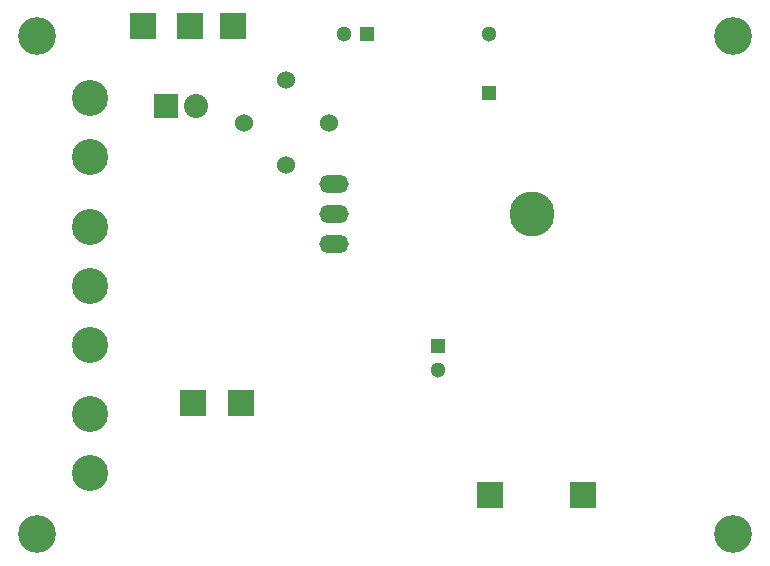
<source format=gbs>
G04 #@! TF.FileFunction,Soldermask,Bot*
%FSLAX46Y46*%
G04 Gerber Fmt 4.6, Leading zero omitted, Abs format (unit mm)*
G04 Created by KiCad (PCBNEW 4.0.0-2.201512072331+6194~38~ubuntu14.04.1-stable) date Mon 13 Jun 2016 09:22:46 PM CEST*
%MOMM*%
G01*
G04 APERTURE LIST*
%ADD10C,0.100000*%
%ADD11R,2.235200X2.235200*%
%ADD12C,3.048000*%
%ADD13C,3.200000*%
%ADD14R,1.300000X1.300000*%
%ADD15C,1.300000*%
%ADD16C,1.524000*%
%ADD17R,2.032000X2.032000*%
%ADD18O,2.032000X2.032000*%
%ADD19O,2.499360X1.501140*%
%ADD20C,3.799840*%
G04 APERTURE END LIST*
D10*
D11*
X171958000Y-109728000D03*
D12*
X138049000Y-76113000D03*
X138049000Y-81113000D03*
D13*
X192532000Y-113030000D03*
D14*
X171831000Y-75692000D03*
D15*
X171831000Y-70692000D03*
D13*
X133604000Y-70866000D03*
X192532000Y-70866000D03*
D14*
X161544000Y-70739000D03*
D15*
X159544000Y-70739000D03*
D14*
X167513000Y-97155000D03*
D15*
X167513000Y-99155000D03*
D16*
X151093898Y-78232000D03*
X154686000Y-74639898D03*
X158278102Y-78232000D03*
X154686000Y-81824102D03*
D12*
X138049000Y-102910000D03*
X138049000Y-107910000D03*
D17*
X144526000Y-76860400D03*
D18*
X147066000Y-76860400D03*
D13*
X133604000Y-113030000D03*
D12*
X138049000Y-87035000D03*
X138049000Y-92035000D03*
X138049000Y-97035000D03*
D11*
X146812000Y-101981000D03*
X146507200Y-70053200D03*
X150164800Y-70053200D03*
X179832000Y-109728000D03*
X150876000Y-101981000D03*
X142595600Y-70053200D03*
D19*
X158750000Y-85979000D03*
X158750000Y-83439000D03*
X158750000Y-88519000D03*
D20*
X175514000Y-85979000D03*
M02*

</source>
